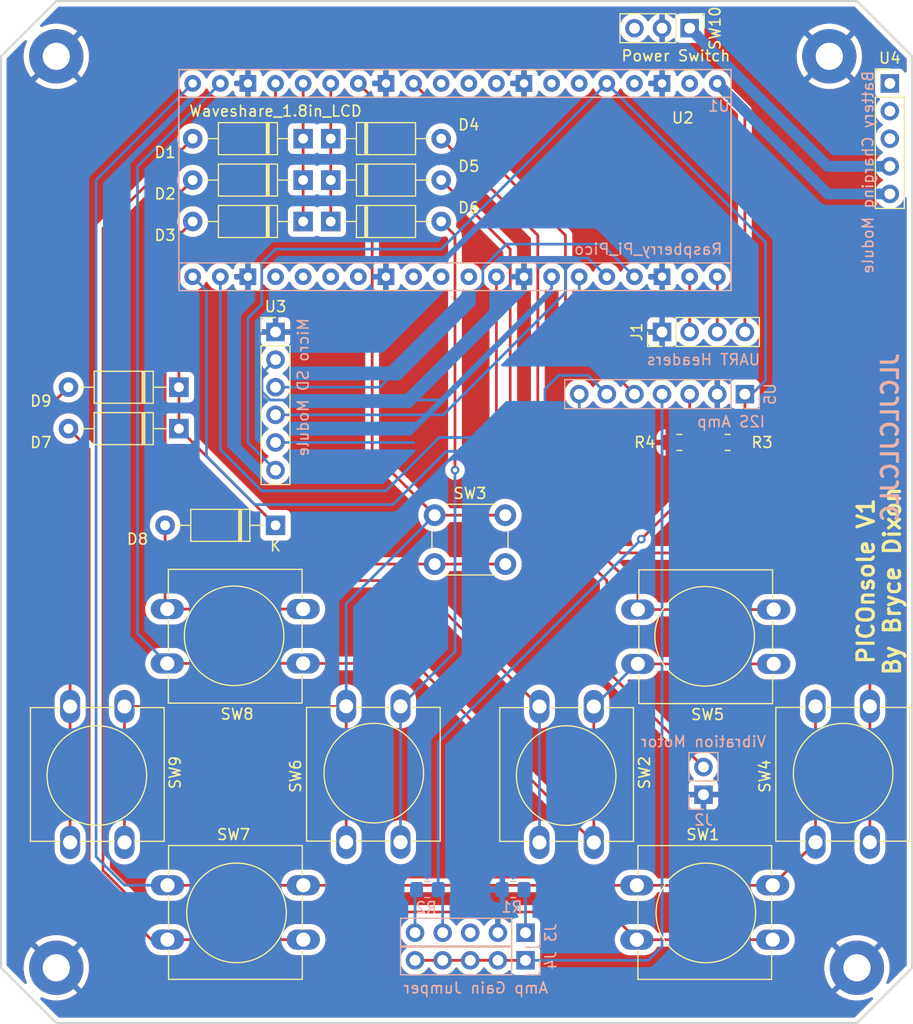
<source format=kicad_pcb>
(kicad_pcb (version 20211014) (generator pcbnew)
  (layers (0 "F.Cu" signal) (31 "B.Cu" signal) (34 "B.Paste" user) (35 "F.Paste" user) (36 "B.SilkS" user "B.Silkscreen") (37 "F.SilkS" user "F.Silkscreen") (38 "B.Mask" user) (39 "F.Mask" user) (44 "Edge.Cuts" user))
  (net 0 "")
  (net 1 "/Input Anode 1")
  (net 2 "Net-(D3-Pad2)")
  (net 3 "/Input Anode 2")
  (net 4 "/Input Anode 3")
  (net 5 "VBUS")
  (net 6 "/UART TX")
  (net 7 "/UART RX")
  (net 8 "GND")
  (net 9 "/SD CLK")
  (net 10 "/SD MOSI")
  (net 11 "/SD MISO")
  (net 12 "/SD CS")
  (net 14 "/LCD DC")
  (net 15 "/LCD CS")
  (net 16 "/LCD CLK")
  (net 17 "/LCD DIN")
  (net 18 "/LCD Reset")
  (net 19 "/LCD Backlight")
  (net 20 "/Input Cathode 1")
  (net 21 "/Input Cathode 2")
  (net 22 "/Input Cathode 3")
  (net 29 "+3V3")
  (net 39 "Net-(D1-Pad2)")
  (net 40 "Net-(D2-Pad2)")
  (net 41 "Net-(D4-Pad2)")
  (net 42 "Net-(D5-Pad2)")
  (net 43 "Net-(D6-Pad2)")
  (net 44 "Net-(D7-Pad2)")
  (net 45 "Net-(D8-Pad2)")
  (net 46 "Net-(D9-Pad2)")
  (net 47 "+5V")
  (net 48 "/USB_D-")
  (net 49 "/USB_D+")
  (net 50 "/BAT_GND")
  (net 51 "/Motor")
  (net 52 "Net-(J3-Pad1)")
  (net 54 "Net-(J3-Pad5)")
  (net 55 "/I2S_Gain")
  (net 56 "/0.3V")
  (net 57 "VSS")
  (net 58 "/I2S_DIN")
  (net 59 "/I2S_CLK")
  (net 60 "/I2S_LRC")
  (footprint "" (layer "F.Cu") (at 91.44 101.6)
    (fp_text reference "" (at 0 0) (layer "F.SilkS") (effects (font (size 1.27 1.27))))
    (fp_text value "" (at 0 0) (layer "F.SilkS") (effects (font (size 1.27 1.27))))
    (pad "1" thru_hole circle (at 0 0) (size 5 5) (drill 2.5) (layers *.Cu *.Mask) (net 8 "GND"))
  )
  (footprint "Button_Switch_THT:SW_PUSH_6mm" (layer "F.Cu") (at 52.59 59.975)
    (fp_text reference "SW3" (at 3.25 -2) (layer "F.SilkS"))
    (fp_text value "Start Button")
    (pad "1" thru_hole circle (at 0 0 90) (size 2 2) (drill 1.1) (layers *.Cu *.Mask) (net 22 "/Input Cathode 3"))
    (pad "1" thru_hole circle (at 6.5 0 90) (size 2 2) (drill 1.1) (layers *.Cu *.Mask) (net 22 "/Input Cathode 3"))
    (pad "2" thru_hole circle (at 6.5 4.5 90) (size 2 2) (drill 1.1) (layers *.Cu *.Mask) (net 2 "Net-(D3-Pad2)"))
    (pad "2" thru_hole circle (at 0 4.5 90) (size 2 2) (drill 1.1) (layers *.Cu *.Mask) (net 2 "Net-(D3-Pad2)"))
  )
  (footprint "Diode_THT:D_A-405_P10.16mm_Horizontal" (layer "F.Cu") (at 37.95 60.91 180)
    (fp_text reference "D8" (at 12.7 -1.27) (layer "F.SilkS"))
    (fp_text value "D_Schottky")
    (fp_text user "K" (at 0 -1.9) (layer "F.SilkS"))
    (pad "1" thru_hole rect (at 0 0 180) (size 1.8 1.8) (drill 0.9) (layers *.Cu *.Mask) (net 4 "/Input Anode 3"))
    (pad "2" thru_hole oval (at 10.16 0 180) (size 1.8 1.8) (drill 0.9) (layers *.Cu *.Mask) (net 45 "Net-(D8-Pad2)"))
  )
  (footprint "Diode_THT:D_A-405_P10.16mm_Horizontal" (layer "F.Cu") (at 40.49 29.16 180)
    (fp_text reference "D2" (at 12.7 -1.27) (layer "F.SilkS"))
    (fp_text value "D_Schottky")
    (pad "1" thru_hole rect (at 0 0 180) (size 1.8 1.8) (drill 0.9) (layers *.Cu *.Mask) (net 1 "/Input Anode 1"))
    (pad "2" thru_hole oval (at 10.16 0 180) (size 1.8 1.8) (drill 0.9) (layers *.Cu *.Mask) (net 40 "Net-(D2-Pad2)"))
  )
  (footprint "Button_Switch_THT:SW_PUSH-12mm" (layer "F.Cu") (at 87.63 90.055 90)
    (fp_text reference "SW4" (at 6.08 -4.66 90) (layer "F.SilkS"))
    (fp_text value "B Button")
    (pad "1" thru_hole oval (at 12.5 0 90) (size 3.048 1.85) (drill 1.3) (layers *.Cu *.Mask) (net 20 "/Input Cathode 1"))
    (pad "1" thru_hole oval (at 0 0 90) (size 3.048 1.85) (drill 1.3) (layers *.Cu *.Mask) (net 20 "/Input Cathode 1"))
    (pad "2" thru_hole oval (at 12.5 5 90) (size 3.048 1.85) (drill 1.3) (layers *.Cu *.Mask) (net 41 "Net-(D4-Pad2)"))
    (pad "2" thru_hole oval (at 0 5 90) (size 3.048 1.85) (drill 1.3) (layers *.Cu *.Mask) (net 41 "Net-(D4-Pad2)"))
  )
  (footprint "Diode_THT:D_A-405_P10.16mm_Horizontal" (layer "F.Cu") (at 40.49 32.97 180)
    (fp_text reference "D3" (at 12.7 -1.27) (layer "F.SilkS"))
    (fp_text value "D_Schottky")
    (pad "1" thru_hole rect (at 0 0 180) (size 1.8 1.8) (drill 0.9) (layers *.Cu *.Mask) (net 1 "/Input Anode 1"))
    (pad "2" thru_hole oval (at 10.16 0 180) (size 1.8 1.8) (drill 0.9) (layers *.Cu *.Mask) (net 2 "Net-(D3-Pad2)"))
  )
  (footprint "MountingHole:MountingHole_2.5mm_Pad" (layer "F.Cu") (at 88.9 17.78)
    (fp_text reference "REF**" hide)
    (fp_text value "MountingHole_2.5mm_Pad" hide)
    (pad "1" thru_hole circle (at 0 0) (size 5 5) (drill 2.5) (layers *.Cu *.Mask) (net 8 "GND"))
  )
  (footprint "MountingHole:MountingHole_2.5mm_Pad" (layer "F.Cu") (at 17.78 101.6)
    (fp_text reference "REF**" hide)
    (fp_text value "MountingHole_2.5mm_Pad" hide)
    (pad "1" thru_hole circle (at 0 0) (size 5 5) (drill 2.5) (layers *.Cu *.Mask) (net 8 "GND"))
  )
  (footprint "Diode_THT:D_A-405_P10.16mm_Horizontal" (layer "F.Cu") (at 40.49 25.35 180)
    (fp_text reference "D1" (at 12.7 -1.27) (layer "F.SilkS"))
    (fp_text value "D_Schottky")
    (pad "1" thru_hole rect (at 0 0 180) (size 1.8 1.8) (drill 0.9) (layers *.Cu *.Mask) (net 1 "/Input Anode 1"))
    (pad "2" thru_hole oval (at 10.16 0 180) (size 1.8 1.8) (drill 0.9) (layers *.Cu *.Mask) (net 39 "Net-(D1-Pad2)"))
  )
  (footprint "Button_Switch_THT:SW_PUSH-12mm" (layer "F.Cu") (at 24.05 77.57 -90)
    (fp_text reference "SW9" (at 6.08 -4.66 90) (layer "F.SilkS"))
    (fp_text value "DPad Left")
    (pad "1" thru_hole oval (at 0 0 270) (size 3.048 1.85) (drill 1.3) (layers *.Cu *.Mask) (net 22 "/Input Cathode 3"))
    (pad "1" thru_hole oval (at 12.5 0 270) (size 3.048 1.85) (drill 1.3) (layers *.Cu *.Mask) (net 22 "/Input Cathode 3"))
    (pad "2" thru_hole oval (at 0 5 270) (size 3.048 1.85) (drill 1.3) (layers *.Cu *.Mask) (net 46 "Net-(D9-Pad2)"))
    (pad "2" thru_hole oval (at 12.5 5 270) (size 3.048 1.85) (drill 1.3) (layers *.Cu *.Mask) (net 46 "Net-(D9-Pad2)"))
  )
  (footprint "Diode_THT:D_A-405_P10.16mm_Horizontal" (layer "F.Cu") (at 29.06 52.02 180)
    (fp_text reference "D7" (at 12.7 -1.27) (layer "F.SilkS"))
    (fp_text value "D_Schottky")
    (pad "1" thru_hole rect (at 0 0 180) (size 1.8 1.8) (drill 0.9) (layers *.Cu *.Mask) (net 4 "/Input Anode 3"))
    (pad "2" thru_hole oval (at 10.16 0 180) (size 1.8 1.8) (drill 0.9) (layers *.Cu *.Mask) (net 44 "Net-(D7-Pad2)"))
  )
  (footprint "Diode_THT:D_A-405_P10.16mm_Horizontal" (layer "F.Cu") (at 29.06 48.21 180)
    (fp_text reference "D9" (at 12.7 -1.27) (layer "F.SilkS"))
    (fp_text value "D_Schottky")
    (pad "1" thru_hole rect (at 0 0 180) (size 1.8 1.8) (drill 0.9) (layers *.Cu *.Mask) (net 4 "/Input Anode 3"))
    (pad "2" thru_hole oval (at 10.16 0 180) (size 1.8 1.8) (drill 0.9) (layers *.Cu *.Mask) (net 46 "Net-(D9-Pad2)"))
  )
  (footprint "Button_Switch_THT:SW_PUSH-12mm" (layer "F.Cu") (at 40.49 73.61 180)
    (fp_text reference "SW8" (at 6.08 -4.66) (layer "F.SilkS"))
    (fp_text value "DPad Up")
    (pad "1" thru_hole oval (at 12.5 0 180) (size 3.048 1.85) (drill 1.3) (layers *.Cu *.Mask) (net 21 "/Input Cathode 2"))
    (pad "1" thru_hole oval (at 0 0 180) (size 3.048 1.85) (drill 1.3) (layers *.Cu *.Mask) (net 21 "/Input Cathode 2"))
    (pad "2" thru_hole oval (at 12.5 5 180) (size 3.048 1.85) (drill 1.3) (layers *.Cu *.Mask) (net 45 "Net-(D8-Pad2)"))
    (pad "2" thru_hole oval (at 0 5 180) (size 3.048 1.85) (drill 1.3) (layers *.Cu *.Mask) (net 45 "Net-(D8-Pad2)"))
  )
  (footprint "Button_Switch_THT:SW_PUSH-12mm" (layer "F.Cu") (at 67.23 77.575 -90)
    (fp_text reference "SW2" (at 6.08 -4.66 90) (layer "F.SilkS"))
    (fp_text value "X Button")
    (pad "1" thru_hole oval (at 12.5 0 270) (size 3.048 1.85) (drill 1.3) (layers *.Cu *.Mask) (net 21 "/Input Cathode 2"))
    (pad "1" thru_hole oval (at 0 0 270) (size 3.048 1.85) (drill 1.3) (layers *.Cu *.Mask) (net 21 "/Input Cathode 2"))
    (pad "2" thru_hole oval (at 12.5 5 270) (size 3.048 1.85) (drill 1.3) (layers *.Cu *.Mask) (net 40 "Net-(D2-Pad2)"))
    (pad "2" thru_hole oval (at 0 5 270) (size 3.048 1.85) (drill 1.3) (layers *.Cu *.Mask) (net 40 "Net-(D2-Pad2)"))
  )
  (footprint "Resistor_SMD:R_0805_2012Metric_Pad1.20x1.40mm_HandSolder" (layer "F.Cu") (at 75.1 53.29)
    (fp_text reference "R4" (at -3.175 0) (layer "F.SilkS"))
    (fp_text value "1K")
    (pad "1" smd roundrect (at -1 0) (size 1.2 1.4) (layers "F.Cu" "F.Paste" "F.Mask") (roundrect_rratio 0.2083333333) (net 8 "GND"))
    (pad "2" smd roundrect (at 1 0) (size 1.2 1.4) (layers "F.Cu" "F.Paste" "F.Mask") (roundrect_rratio 0.2083333333) (net 56 "/0.3V"))
  )
  (footprint "MountingHole:MountingHole_2.5mm_Pad" (layer "F.Cu") (at 17.78 17.78)
    (fp_text reference "REF**" hide)
    (fp_text value "MountingHole_2.5mm_Pad" hide)
    (pad "1" thru_hole circle (at 0 0) (size 5 5) (drill 2.5) (layers *.Cu *.Mask) (net 8 "GND"))
  )
  (footprint "Diode_THT:D_A-405_P10.16mm_Horizontal" (layer "F.Cu") (at 43.03 29.16)
    (fp_text reference "D5" (at 12.7 -1.27) (layer "F.SilkS"))
    (fp_text value "D_Schottky")
    (pad "1" thru_hole rect (at 0 0) (size 1.8 1.8) (drill 0.9) (layers *.Cu *.Mask) (net 3 "/Input Anode 2"))
    (pad "2" thru_hole oval (at 10.16 0) (size 1.8 1.8) (drill 0.9) (layers *.Cu *.Mask) (net 42 "Net-(D5-Pad2)"))
  )
  (footprint "Connector_PinHeader_2.54mm:PinHeader_1x05_P2.54mm_Vertical" (layer "F.Cu") (at 94.465 20.275)
    (fp_text reference "U4" (at 0 -2.33) (layer "F.SilkS"))
    (fp_text value "Battery Charging Module" (at -2.009 8.173 -90) (layer "B.SilkS") (effects (justify mirror)))
    (pad "1" thru_hole rect (at 0 0) (size 1.7 1.7) (drill 1) (layers *.Cu *.Mask) (net 47 "+5V"))
    (pad "2" thru_hole oval (at 0 2.54) (size 1.7 1.7) (drill 1) (layers *.Cu *.Mask) (net 48 "/USB_D-"))
    (pad "3" thru_hole oval (at 0 5.08) (size 1.7 1.7) (drill 1) (layers *.Cu *.Mask) (net 49 "/USB_D+"))
    (pad "4" thru_hole oval (at 0 7.62) (size 1.7 1.7) (drill 1) (layers *.Cu *.Mask) (net 50 "/BAT_GND"))
    (pad "5" thru_hole oval (at 0 10.16) (size 1.7 1.7) (drill 1) (layers *.Cu *.Mask) (net 5 "VBUS"))
  )
  (footprint "Connector_PinHeader_2.54mm:PinHeader_1x04_P2.54mm_Vertical" (layer "F.Cu") (at 73.51 43.13 90)
    (fp_text reference "J1" (at 0 -2.33 90) (layer "F.SilkS"))
    (fp_text value "UART Headers" (at -2.545 3.81 -180) (layer "B.SilkS") (effects (justify mirror)))
    (pad "1" thru_hole rect (at 0 0 90) (size 1.7 1.7) (drill 1) (layers *.Cu *.Mask) (net 8 "GND"))
    (pad "2" thru_hole oval (at 0 2.54 90) (size 1.7 1.7) (drill 1) (layers *.Cu *.Mask) (net 7 "/UART RX"))
    (pad "3" thru_hole oval (at 0 5.08 90) (size 1.7 1.7) (drill 1) (layers *.Cu *.Mask) (net 6 "/UART TX"))
    (pad "4" thru_hole oval (at 0 7.62 90) (size 1.7 1.7) (drill 1) (layers *.Cu *.Mask) (net 5 "VBUS"))
  )
  (footprint "Button_Switch_THT:SW_PUSH-12mm" (layer "F.Cu") (at 71.19 94.015)
    (fp_text reference "SW1" (at 6.08 -4.66) (layer "F.SilkS"))
    (fp_text value "A Button")
    (pad "1" thru_hole oval (at 0 0) (size 3.048 1.85) (drill 1.3) (layers *.Cu *.Mask) (net 20 "/Input Cathode 1"))
    (pad "1" thru_hole oval (at 12.5 0) (size 3.048 1.85) (drill 1.3) (layers *.Cu *.Mask) (net 20 "/Input Cathode 1"))
    (pad "2" thru_hole oval (at 0 5) (size 3.048 1.85) (drill 1.3) (layers *.Cu *.Mask) (net 39 "Net-(D1-Pad2)"))
    (pad "2" thru_hole oval (at 12.5 5) (size 3.048 1.85) (drill 1.3) (layers *.Cu *.Mask) (net 39 "Net-(D1-Pad2)"))
  )
  (footprint "Button_Switch_THT:SW_PUSH-12mm" (layer "F.Cu") (at 28.01 94.01)
    (fp_text reference "SW7" (at 6.08 -4.66) (layer "F.SilkS"))
    (fp_text value "DPad Down")
    (pad "1" thru_hole oval (at 12.5 0) (size 3.048 1.85) (drill 1.3) (layers *.Cu *.Mask) (net 20 "/Input Cathode 1"))
    (pad "1" thru_hole oval (at 0 0) (size 3.048 1.85) (drill 1.3) (layers *.Cu *.Mask) (net 20 "/Input Cathode 1"))
    (pad "2" thru_hole oval (at 0 5) (size 3.048 1.85) (drill 1.3) (layers *.Cu *.Mask) (net 44 "Net-(D7-Pad2)"))
    (pad "2" thru_hole oval (at 12.5 5) (size 3.048 1.85) (drill 1.3) (layers *.Cu *.Mask) (net 44 "Net-(D7-Pad2)"))
  )
  (footprint "Resistor_SMD:R_0805_2012Metric_Pad1.20x1.40mm_HandSolder" (layer "F.Cu") (at 79.54 53.29)
    (fp_text reference "R3" (at 3.175 0) (layer "F.SilkS"))
    (fp_text value "10K")
    (pad "1" smd roundrect (at -1 0) (size 1.2 1.4) (layers "F.Cu" "F.Paste" "F.Mask") (roundrect_rratio 0.2083333333) (net 56 "/0.3V"))
    (pad "2" smd roundrect (at 1 0) (size 1.2 1.4) (layers "F.Cu" "F.Paste" "F.Mask") (roundrect_rratio 0.2083333333) (net 29 "+3V3"))
  )
  (footprint "Connector_PinHeader_2.54mm:PinHeader_1x06_P2.54mm_Vertical" (layer "F.Cu") (at 37.95 43.13)
    (fp_text reference "U3" (at 0 -2.33) (layer "F.SilkS"))
    (fp_text value "Micro SD Module" (at 2.54 5.085 -90) (layer "B.SilkS") (effects (justify mirror)))
    (pad "1" thru_hole rect (at 0 0) (size 1.7 1.7) (drill 1) (layers *.Cu *.Mask) (net 8 "GND"))
    (pad "2" thru_hole oval (at 0 2.54) (size 1.7 1.7) (drill 1) (layers *.Cu *.Mask) (net 11 "/SD MISO"))
    (pad "3" thru_hole oval (at 0 5.08) (size 1.7 1.7) (drill 1) (layers *.Cu *.Mask) (net 9 "/SD CLK"))
    (pad "4" thru_hole oval (at 0 7.62) (size 1.7 1.7) (drill 1) (layers *.Cu *.Mask) (net 10 "/SD MOSI"))
    (pad "5" thru_hole oval (at 0 10.16) (size 1.7 1.7) (drill 1) (layers *.Cu *.Mask) (net 12 "/SD CS"))
    (pad "6" thru_hole oval (at 0 12.7) (size 1.7 1.7) (drill 1) (layers *.Cu *.Mask) (net 29 "+3V3"))
  )
  (footprint "Button_Switch_THT:SW_PUSH-12mm" (layer "F.Cu") (at 44.45 90.05 90)
    (fp_text reference "SW6" (at 6.08 -4.66 90) (layer "F.SilkS"))
    (fp_text value "DPad Right")
    (pad "1" thru_hole oval (at 12.5 0 90) (size 3.048 1.85) (drill 1.3) (layers *.Cu *.Mask) (net 22 "/Input Cathode 3"))
    (pad "1" thru_hole oval (at 0 0 90) (size 3.048 1.85) (drill 1.3) (layers *.Cu *.Mask) (net 22 "/Input Cathode 3"))
    (pad "2" thru_hole oval (at 12.5 5 90) (size 3.048 1.85) (drill 1.3) (layers *.Cu *.Mask) (net 43 "Net-(D6-Pad2)"))
    (pad "2" thru_hole oval (at 0 5 90) (size 3.048 1.85) (drill 1.3) (layers *.Cu *.Mask) (net 43 "Net-(D6-Pad2)"))
  )
  (footprint "Button_Switch_THT:SW_PUSH-12mm" (layer "F.Cu") (at 83.78 73.655 180)
    (fp_text reference "SW5" (at 6.08 -4.66) (layer "F.SilkS"))
    (fp_text value "Y Button")
    (pad "1" thru_hole oval (at 0 0 180) (size 3.048 1.85) (drill 1.3) (layers *.Cu *.Mask) (net 21 "/Input Cathode 2"))
    (pad "1" thru_hole oval (at 12.5 0 180) (size 3.048 1.85) (drill 1.3) (layers *.Cu *.Mask) (net 21 "/Input Cathode 2"))
    (pad "2" thru_hole oval (at 12.5 5 180) (size 3.048 1.85) (drill 1.3) (layers *.Cu *.Mask) (net 42 "Net-(D5-Pad2)"))
    (pad "2" thru_hole oval (at 0 5 180) (size 3.048 1.85) (drill 1.3) (layers *.Cu *.Mask) (net 42 "Net-(D5-Pad2)"))
  )
  (footprint "PICOnsole:QRCode_Soldermask" (layer "F.Cu") (at 90.678 51.562)
    (fp_text reference "G***" hide)
    (fp_text value "LOGO" hide)
  )
  (footprint "Diode_THT:D_A-405_P10.16mm_Horizontal" (layer "F.Cu") (at 43.03 32.97)
    (fp_text reference "D6" (at 12.7 -1.27) (layer "F.SilkS"))
    (fp_text value "D_Schottky")
    (pad "1" thru_hole rect (at 0 0) (size 1.8 1.8) (drill 0.9) (layers *.Cu *.Mask) (net 3 "/Input Anode 2"))
    (pad "2" thru_hole oval (at 10.16 0) (size 1.8 1.8) (drill 0.9) (layers *.Cu *.Mask) (net 43 "Net-(D6-Pad2)"))
  )
  (footprint "Diode_THT:D_A-405_P10.16mm_Horizontal" (layer "F.Cu") (at 43.03 25.35)
    (fp_text reference "D4" (at 12.7 -1.27) (layer "F.SilkS"))
    (fp_text value "D_Schottky")
    (pad "1" thru_hole rect (at 0 0) (size 1.8 1.8) (drill 0.9) (layers *.Cu *.Mask) (net 3 "/Input Anode 2"))
    (pad "2" thru_hole oval (at 10.16 0) (size 1.8 1.8) (drill 0.9) (layers *.Cu *.Mask) (net 41 "Net-(D4-Pad2)"))
  )
  (footprint "Connector_PinHeader_2.54mm:PinHeader_1x03_P2.54mm_Vertical" (layer "F.Cu") (at 76.05 15.195 -90)
    (fp_text reference "SW10" (at 0 -2.33 90) (layer "F.SilkS"))
    (fp_text value "Power Switch" (at 2.54 1.27 180) (layer "F.SilkS"))
    (pad "1" thru_hole rect (at 0 0 270) (size 1.7 1.7) (drill 1) (layers *.Cu *.Mask) (net 50 "/BAT_GND"))
    (pad "2" thru_hole oval (at 0 2.54 270) (size 1.7 1.7) (drill 1) (layers *.Cu *.Mask) (net 8 "GND"))
    (pad "3" thru_hole oval (at 0 5.08 270) (size 1.7 1.7) (drill 1) (layers *.Cu *.Mask))
  )
  (footprint "Connector_PinHeader_2.54mm:PinHeader_1x07_P2.54mm_Vertical" (layer "B.Cu") (at 81.13 48.845 90)
    (fp_text reference "U5" (at 0 2.33 90) (layer "B.SilkS") (effects (justify mirror)))
    (fp_text value "I2S Amp" (at -2.54 -1.275) (layer "B.SilkS") (effects (justify mirror)))
    (pad "1" thru_hole rect (at 0 0 90) (size 1.7 1.7) (drill 1) (layers *.Cu *.Mask) (net 29 "+3V3"))
    (pad "2" thru_hole oval (at 0 -2.54 90) (size 1.7 1.7) (drill 1) (layers *.Cu *.Mask) (net 8 "GND"))
    (pad "3" thru_hole oval (at 0 -5.08 90) (size 1.7 1.7) (drill 1) (layers *.Cu *.Mask) (net 56 "/0.3V"))
    (pad "4" thru_hole oval (at 0 -7.62 90) (size 1.7 1.7) (drill 1) (layers *.Cu *.Mask) (net 55 "/I2S_Gain"))
    (pad "5" thru_hole oval (at 0 -10.16 90) (size 1.7 1.7) (drill 1) (layers *.Cu *.Mask) (net 58 "/I2S_DIN"))
    (pad "6" thru_hole oval (at 0 -12.7 90) (size 1.7 1.7) (drill 1) (layers *.Cu *.Mask) (net 59 "/I2S_CLK"))
    (pad "7" thru_hole oval (at 0 -15.24 90) (size 1.7 1.7) (drill 1) (layers *.Cu *.Mask) (net 60 "/I2S_LRC"))
  )
  (footprint "Resistor_SMD:R_0805_2012Metric_Pad1.20x1.40mm_HandSolder" (layer "B.Cu") (at 59.81 94.406193 180)
    (fp_text reference "R1" (at 0.12 -1.605807) (layer "B.SilkS") (effects (justify mirror)))
    (fp_text value "100K")
    (pad "1" smd roundrect (at -1 0 180) (size 1.2 1.4) (layers "B.Cu" "B.Paste" "B.Mask") (roundrect_rratio 0.2083333333) (net 52 "Net-(J3-Pad1)"))
    (pad "2" smd roundrect (at 1 0 180) (size 1.2 1.4) (layers "B.Cu" "B.Paste" "B.Mask") (roundrect_rratio 0.2083333333) (net 8 "GND"))
  )
  (footprint "PICOnsole:Waveshare_1.8in_LCD" (layer "B.Cu") (at 55.73 29.16 90)
    (fp_text reference "U2" (at 5.715 19.685 unlocked) (layer "F.SilkS"))
    (fp_text value "Waveshare_1.8in_LCD" (at 6.345 -17.78 unlocked) (layer "F.SilkS"))
    (pad "1" thru_hole circle (at -8.89 22.86 90) (size 1.524 1.524) (drill 0.762) (layers *.Cu *.Mask) (net 6 "/UART TX"))
    (pad "2" thru_hole circle (at -8.89 20.32 90) (size 1.524 1.524) (drill 0.762) (layers *.Cu *.Mask) (net 7 "/UART RX"))
    (pad "3" thru_hole rect (at -8.89 17.78 90) (size 1.524 1.524) (drill 0.762) (layers *.Cu *.Mask) (net 8 "GND"))
    (pad "4" thru_hole circle (at -8.89 15.24 90) (size 1.524 1.524) (drill 0.762) (layers *.Cu *.Mask) (net 9 "/SD CLK"))
    (pad "5" thru_hole circle (at -8.89 12.7 90) (size 1.524 1.524) (drill 0.762) (layers *.Cu *.Mask) (net 10 "/SD MOSI"))
    (pad "6" thru_hole circle (at -8.89 7.62 90) (size 1.524 1.524) (drill 0.762) (layers *.Cu *.Mask) (net 11 "/SD MISO"))
    (pad "7" thru_hole circle (at -8.89 10.16 90) (size 1.524 1.524) (drill 0.762) (layers *.Cu *.Mask) (net 12 "/SD CS"))
    (pad "8" thru_hole rect (at -8.89 5.08 90) (size 1.524 1.524) (drill 0.762) (layers *.Cu *.Mask) (net 8 "GND"))
    (pad "9" thru_hole circle (at -8.89 2.54 90) (size 1.524 1.524) (drill 0.762) (layers *.Cu *.Mask) (net 51 "/Motor"))
    (pad "10" thru_hole circle (at -8.89 0 90) (size 1.524 1.524) (drill 0.762) (layers *.Cu *.Mask))
    (pad "11" thru_hole circle (at -8.89 -2.54 90) (size 1.524 1.524) (drill 0.762) (layers *.Cu *.Mask) (net 14 "/LCD DC"))
    (pad "12" thru_hole circle (at -8.89 -5.08 90) (size 1.524 1.524) (drill 0.762) (layers *.Cu *.Mask) (net 15 "/LCD CS"))
    (pad "13" thru_hole rect (at -8.89 -7.62 90) (size 1.524 1.524) (drill 0.762) (layers *.Cu *.Mask) (net 8 "GND"))
    (pad "14" thru_hole circle (at -8.89 -10.16 90) (size 1.524 1.524) (drill 0.762) (layers *.Cu *.Mask) (net 16 "/LCD CLK"))
    (pad "15" thru_hole circle (at -8.89 -12.7 90) (size 1.524 1.524) (drill 0.762) (layers *.Cu *.Mask) (net 17 "/LCD DIN"))
    (pad "16" thru_hole circle (at -8.89 -15.24 90) (size 1.524 1.524) (drill 0.762) (layers *.Cu *.Mask) (net 18 "/LCD Reset"))
    (pad "17" thru_hole circle (at -8.89 -17.78 90) (size 1.524 1.524) (drill 0.762) (layers *.Cu *.Mask) (net 19 "/LCD Backlight"))
    (pad "18" thru_hole rect (at -8.89 -20.32 90) (size 1.524 1.524) (drill 0.762) (layers *.Cu *.Mask) (net 8 "GND"))
    (pad "19" thru_hole circle (at -8.89 -22.86 90) (size 1.524 1.524) (drill 0.762) (layers *.Cu *.Mask))
    (pad "20" thru_hole circle (at -8.89 -25.4 90) (size 1.524 1.524) (drill 0.762) (layers *.Cu *.Mask))
    (pad "21" thru_hole circle (at 8.89 -25.4 90) (size 1.524 1.524) (drill 0.762) (layers *.Cu *.Mask) (net 20 "/Input Cathode 1"))
    (pad "22" thru_hole circle (at 8.89 -22.86 90) (size 1.524 1.524) (drill 0.762) (layers *.Cu *.Mask) (net 21 "/Input Cathode 2"))
    (pad "23" thru_hole rect (at 8.89 -20.32 90) (size 1.524 1.524) (drill 0.762) (layers *.Cu *.Mask) (net 8 "GND"))
    (pad "24" thru_hole circle (at 8.89 -17.78 90) (size 1.524 1.524) (drill 0.762) (layers *.Cu *.Mask) (net 4 "/Input Anode 3"))
    (pad "25" thru_hole circle (at 8.89 -15.24 90) (size 1.524 1.524) (drill 0.762) (layers *.Cu *.Mask) (net 1 "/Input Anode 1"))
    (pad "26" thru_hole circle (at 8.89 -12.7 90) (size 1.524 1.524) (drill 0.762) (layers *.Cu *.Mask) (net 3 "/Input Anode 2"))
    (pad "27" thru_hole circle (at 8.89 -10.16 90) (size 1.524 1.524) (drill 0.762) (layers *.Cu *.Mask) (net 22 "/Input Cathode 3"))
    (pad "28" thru_hole rect (at 8.89 -7.62 90) (size 1.524 1.524) (drill 0.762) (layers *.Cu *.Mask) (net 8 "GND"))
    (pad "29" thru_hole circle (at 8.89 -5.08 90) (size 1.524 1.524) (drill 0.762) (layers *.Cu *.Mask) (net 58 "/I2S_DIN"))
    (pad "30" thru_hole circle (at 8.89 -2.54 90) (size 1.524 1.524) (drill 0.762) (layers *.Cu *.Mask))
    (pad "31" thru_hole circle (at 8.89 0 90) (size 1.524 1.524) (drill 0.762) (layers *.Cu *.Mask))
    (pad "32" thru_hole circle (at 8.89 2.54 90) (size 1.524 1.524) (drill 0.762) (layers *.Cu *.Mask))
    (pad "33" thru_hole rect (at 8.89 5.08 90) (size 1.524 1.524) (drill 0.762) (layers *.Cu *.Mask) (net 8 "GND"))
    (pad "34" thru_hole circle (at 8.89 7.62 90) (size 1.524 1.524) (drill 0.762) (layers *.Cu *.Mask))
    (pad "35" thru_hole circle (at 8.89 10.16 90) (size 1.524 1.524) (drill 0.762) (layers *.Cu *.Mask))
    (pad "36" thru_hole circle (at 8.89 12.7 90) (size 1.524 1.524) (drill 0.762) (layers *.Cu *.Mask) (net 29 "+3V3"))
    (pad "37" thru_hole circle (at 8.89 15.24 90) (size 1.524 1.524) (drill 0.762) (layers *.Cu *.Mask))
    (pad "38" thru_hole rect (at 8.89 17.78 90) (size 1.524 1.524) (drill 0.762) (layers *.Cu *.Mask) (net 8 "GND"))
    (pad "39" thru_hole circle (at 8.89 20.32 90) (size 1.524 1.524) (drill 0.762) (layers *.Cu *.Mask) (net 57 "VSS"))
    (pad "40" thru_hole circle (at 8.89 22.86 90) (size 1.524 1.524) (drill 0.762) (layers *.Cu *.Mask) (net 5 "VBUS"))
  )
  (footprint "Connector_PinHeader_2.54mm:PinHeader_1x05_P2.54mm_Vertical" (layer "B.Cu") (at 60.946073 98.374999 90)
    (fp_text reference "J3" (at 0 2.33 90) (layer "B.SilkS") (effects (justify mirror)))
    (fp_text value "Amp Gain Jumper" (at -5.08 -4.581073 180) (layer "B.SilkS") (effects (justify mirror)))
    (pad "1" thru_hole rect (at 0 0 90) (size 1.7 1.7) (drill 1) (layers *.Cu *.Mask) (net 52 "Net-(J3-Pad1)"))
    (pad "2" thru_hole oval (at 0 -2.54 90) (size 1.7 1.7) (drill 1) (layers *.Cu *.Mask) (net 8 "GND"))
    (pad "3" thru_hole oval (at 0 -5.08 90) (size 1.7 1.7) (drill 1) (layers *.Cu *.Mask))
    (pad "4" thru_hole oval (at 0 -7.62 90) (size 1.7 1.7) (drill 1) (layers *.Cu *.Mask) (net 29 "+3V3"))
    (pad "5" thru_hole oval (at 0 -10.16 90) (size 1.7 1.7) (drill 1) (layers *.Cu *.Mask) (net 54 "Net-(J3-Pad5)"))
  )
  (footprint "Connector_PinHeader_2.54mm:PinHeader_1x05_P2.54mm_Vertical" (layer "B.Cu") (at 60.946073 100.915 90)
    (fp_text reference "J4" (at 0 2.33 90) (layer "B.SilkS") (effects (justify mirror)))
    (fp_text value "Amp Gain Jumper2" hide)
    (pad "1" thru_hole rect (at 0 0 90) (size 1.7 1.7) (drill 1) (layers *.Cu *.Mask) (net 55 "/I2S_Gain"))
    (pad "2" thru_hole oval (at 0 -2.54 90) (size 1.7 1.7) (drill 1) (layers *.Cu *.Mask) (net 55 "/I2S_Gain"))
    (pad "3" thru_hole oval (at 0 -5.08 90) (size 1.7 1.7) (drill 1) (layers *.Cu *.Mask) (net 55 "/I2S_Gain"))
    (pad "4" thru_hole oval (at 0 -7.62 90) (size 1.7 1.7) (drill 1) (layers *.Cu *.Mask) (net 55 "/I2S_Gain"))
    (pad "5" thru_hole oval (at 0 -10.16 90) (size 1.7 1.7) (drill 1) (layers *.Cu *.Mask) (net 55 "/I2S_Gain"))
  )
  (footprint "Connector_PinHeader_2.54mm:PinHeader_1x02_P2.54mm_Vertical" (layer "B.Cu") (at 77.32 85.68)
    (fp_text reference "J2" (at 0 2.33) (layer "B.SilkS") (effects (justify mirror)))
    (fp_text value "Vibration Motor" (at 0 -4.87) (layer "B.SilkS") (effects (justify mirror)))
    (pad "1" thru_hole rect (at 0 0) (size 1.7 1.7) (drill 1) (layers *.Cu *.Mask) (net 8 "GND"))
    (pad "2" thru_hole oval (at 0 -2.54) (size 1.7 1.7) (drill 1) (layers *.Cu *.Mask) (net 51 "/Motor"))
  )
  (footprint "Resistor_SMD:R_0805_2012Metric_Pad1.20x1.40mm_HandSolder" (layer "B.Cu") (at 51.92 94.406193)
    (fp_text reference "R2" (at -0.104 1.65) (layer "B.SilkS") (effects (justify mirror)))
    (fp_text value "100K")
    (pad "1" smd roundrect (at -1 0) (size 1.2 1.4) (layers "B.Cu" "B.Paste" "B.Mask") (roundrect_rratio 0.2083333333) (net 54 "Net-(J3-Pad5)"))
    (pad "2" smd roundrect (at 1 0) (size 1.2 1.4) (layers "B.Cu" "B.Paste" "B.Mask") (roundrect_rratio 0.2083333333) (net 29 "+3V3"))
  )
  (footprint "PICOnsole:Raspberry_Pi_Pico" (layer "B.Cu") (at 55.73 29.16 90)
    (fp_text reference "U1" (at 6.808 23.01 unlocked) (layer "B.SilkS") (effects (justify mirror)))
    (fp_text value "Raspberry_Pi_Pico" (at -6.355 16.51 unlocked) (layer "B.SilkS") (effects (justify mirror)))
    (pad "1" thru_hole circle (at -8.89 22.86 90) (size 1.524 1.524) (drill 0.762) (layers *.Cu *.Mask) (net 6 "/UART TX"))
    (pad "2" thru_hole circle (at -8.89 20.32 90) (size 1.524 1.524) (drill 0.762) (layers *.Cu *.Mask) (net 7 "/UART RX"))
    (pad "3" thru_hole rect (at -8.89 17.78 90) (size 1.524 1.524) (drill 0.762) (layers *.Cu *.Mask) (net 8 "GND"))
    (pad "4" thru_hole circle (at -8.89 15.24 90) (size 1.524 1.524) (drill 0.762) (layers *.Cu *.Mask) (net 9 "/SD CLK"))
    (pad "5" thru_hole circle (at -8.89 12.7 90) (size 1.524 1.524) (drill 0.762) (layers *.Cu *.Mask) (net 10 "/SD MOSI"))
    (pad "6" thru_hole circle (at -8.89 7.62 90) (size 1.524 1.524) (drill 0.762) (layers *.Cu *.Mask) (net 11 "/SD MISO"))
    (pad "7" thru_hole circle (at -8.89 10.16 90) (size 1.524 1.524) (drill 0.762) (layers *.Cu *.Mask) (net 12 "/SD CS"))
    (pad "8" thru_hole rect (at -8.89 5.08 90) (size 1.524 1.524) (drill 0.762) (layers *.Cu *.Mask) (net 8 "GND"))
    (pad "9" thru_hole circle (at -8.89 2.54 90) (size 1.524 1.524) (drill 0.762) (layers *.Cu *.Mask) (net 51 "/Motor"))
    (pad "10" thru_hole circle (at -8.89 0 90) (size 1.524 1.524) (drill 0.762) (layers *.Cu *.Mask))
    (pad "11" thru_hole circle (at -8.89 -2.54 90) (size 1.524 1.524) (drill 0.762) (layers *.Cu *.Mask) (net 14 "/LCD DC"))
    (pad "12" thru_hole circle (at -8.89 -5.08 90) (size 1.524 1.524) (drill 0.762) (layers *.Cu *.Mask) (net 15 "/LCD CS"))
    (pad "13" thru_hole rect (at -8.89 -7.62 90) (size 1.524 1.524) (drill 0.762) (layers *.Cu *.Mask) (net 8 "GND"))
    (pad "14" thru_hole circle (at -8.89 -10.16 90) (size 1.524 1.524) (drill 0.762) (layers *.Cu *.Mask) (net 16 "/LCD CLK"))
    (pad "15" thru_hole circle (at -8.89 -12.7 90) (size 1.524 1.524) (drill 0.762) (layers *.Cu *.Mask) (net 17 "/LCD DIN"))
    (pad "16" thru_hole circle (at -8.89 -15.24 90) (size 1.524 1.524) (drill 0.762) (layers *.Cu *.Mask) (net 18 "/LCD Reset"))
    (pad "17" thru_hole circle (at -8.89 -17.78 90) (size 1.524 1.524) (drill 0.762) (layers *.Cu *.Mask) (net 19 "/LCD Backlight"))
    (pad "18" thru_hole rect (at -8.89 -20.32 90) (size 1.524 1.524) (drill 0.762) (layers *.Cu *.Mask) (net 8 "GND"))
    (pad "19" thru_hole circle (at -8.89 -22.86 90) (size 1.524 1.524) (drill 0.762) (layers *.Cu *.Mask) (net 59 "/I2S_CLK"))
    (pad "20" thru_hole circle (at -8.89 -25.4 90) (size 1.524 1.524) (drill 0.762) (layers *.Cu *.Mask) (net 60 "/I2S_LRC"))
    (pad "21" thru_hole circle (at 8.89 -25.4 90) (size 1.524 1.524) (drill 0.762) (layers *.Cu *.Mask) (net 20 "/Input Cathode 1"))
    (pad "22" thru_hole circle (at 8.89 -22.86 90) (size 1.524 1.524) (drill 0.762) (layers *.Cu *.Mask) (net 21 "/Input Cathode 2"))
    (pad "23" thru_hole rect (at 8.89 -20.32 90) (size 1.524 1.524) (drill 0.762) (layers *.Cu *.Mask) (net 8 "GND"))
    (pad "24" thru_hole circle (at 8.89 -17.78 90) (size 1.524 1.524) (drill 0.762) (layers *.Cu *.Mask) (net 4 "/Input Anode 3"))
    (pad "25" thru_hole circle (at 8.89 -15.24 90) (size 1.524 1.524) (drill 0.762) (layers *.Cu *.Mask) (net 1 "/Input Anode 1"))
    (pad "26" thru_hole circle (at 8.89 -12.7 90) (size 1.524 1.524) (drill 0.762) (layers *.Cu *.Mask) (net 3 "/Input Anode 2"))
    (pad "27" thru_hole circle (at 8.89 -10.16 90) (size 1.524 1.524) (drill 0.762) (layers *.Cu *.Mask) (net 22 "/Input Cathode 3"))
    (pad "28" thru_hole rect (at 8.89 -7.62 90) (size 1.524 1.524) (drill 0.762) (layers *.Cu *.Mask) (net 8 "GND"))
    (pad "29" thru_hole circle (at 8.89 -5.08 90) (size 1.524 1.524) (drill 0.762) (layers *.Cu *.Mask) (net 58 "/I2S_DIN"))
    (pad "30" thru_hole circle (at 8.89 -2.54 90) (size 1.524 1.524) (drill 0.762) (layers *.Cu *.Mask))
    (pad "31" thru_hole circle (at 8.89 0 90) (size 1.524 1.524) (drill 0.762) (layers *.Cu *.Mask))
    (pad "32" thru_hole circle (at 8.89 2.54 90) (size 1.524 1.524) (drill 0.762) (layers *.Cu *.Mask))
    (pad "33" thru_hole rect (at 8.89 5.08 90) (size 1.524 1.524) (drill 0.762) (layers *.Cu *.Mask) (net 8 "GND"))
    (pad "34" thru_hole circle (at 8.89 7.62 90) (size 1.524 1.524) (drill 0.762) (layers *.Cu *.Mask))
    (pad "35" thru_hole circle (at 8.89 10.16 90) (size 1.524 1.524) (drill 0.762) (layers *.Cu *.Mask))
    (pad "36" thru_hole circle (at 8.89 12.7 90) (size 1.524 1.524) (drill 0.762) (layers *.Cu *.Mask) (net 29 "+3V3"))
    (pad "37" thru_hole circle (at 8.89 15.24 90) (size 1.524 1.524) (drill 0.762) (layers *.Cu *.Mask))
    (pad "38" thru_hole rect (at 8.89 17.78 90) (size 1.524 1.524) (drill 0.762) (layers *.Cu *.Mask) (net 8 "GND"))
    (pad "39" thru_hole circle (at 8.89 20.32 90) (size 1.524 1.524) (drill 0.762) (layers *.Cu *.Mask) (net 57 "VSS"))
    (pad "40" thru_hole circle (at 8.89 22.86 90) (size 1.524 1.524) (drill 0.762) (layers *.Cu *.Mask) (net 5 "VBUS"))
  )
  (gr_poly locked (pts (xy 96.52 17.78) (xy 96.52 101.6) (xy 91.44 106.68) (xy 17.78 106.68) (xy 12.7 101.6) (xy 12.7 17.78) (xy 17.78 12.7) (xy 91.44 12.7)) (layer "Edge.Cuts") (width 0.2) (fill none))
  (gr_text "JLCJLCJLCJLC" (at 94.488 52.832 90) (layer "B.SilkS") (effects (font (size 1.5 1.5) (thickness 0.3)) (justify mirror)))
  (gr_text "PICOnsole V1\nBy Bryce Dixon" (at 93.472 66.04 90) (layer "F.SilkS") (effects (font (size 1.5 1.5) (thickness 0.3))))
  (segment (start 40.49 32.97) (end 40.49 25.35) (width 0.25) (layer "F.Cu") (net 1))
  (segment (start 40.49 26.62) (end 40.49 20.27) (width 0.25) (layer "F.Cu") (net 1))
  (segment (start 30.33 32.97) (end 27.79 35.51) (width 0.25) (layer "F.Cu") (net 2))
  (segment (start 27.79 38.05) (end 27.79 36.78) (width 0.25) (layer "F.Cu") (net 2))
  (segment (start 27.79 35.51) (end 27.79 38.05) (width 0.25) (layer "F.Cu") (net 2))
  (segment (start 52.59 64.475) (end 37.705 64.475) (width 0.25) (layer "F.Cu") (net 2))
  (segment (start 52.59 64.475) (end 59.09 64.475) (width 0.25) (layer "F.Cu") (net 2))
  (segment (start 37.705 64.475) (end 27.79 54.56) (width 0.25) (layer "F.Cu") (net 2))
  (segment (start 27.79 54.56) (end 27.79 38.05) (width 0.25) (layer "F.Cu") (net 2))
  (segment (start 43.03 20.27) (end 43.03 32.97) (width 0.25) (layer "F.Cu") (net 3))
  (segment (start 29.06 48.21) (end 29.06 52.02) (width 0.25) (layer "F.Cu") (net 4))
  (segment (start 37.95 60.91) (end 29.06 52.02) (width 0.25) (layer "F.Cu") (net 4))
  (segment (start 29.06 48.21) (end 29.06 36.78) (width 0.25) (layer "F.Cu") (net 4))
  (segment (start 37.95 27.89) (end 37.95 20.27) (width 0.25) (layer "F.Cu") (net 4))
  (segment (start 29.06 36.78) (end 37.95 27.89) (width 0.25) (layer "F.Cu") (net 4))
  (segment (start 81.13 22.81) (end 78.59 20.27) (width 0.25) (layer "F.Cu") (net 5))
  (segment (start 81.13 43.13) (end 81.13 22.81) (width 0.25) (layer "F.Cu") (net 5))
  (segment (start 89.38 30.435) (end 88.755 30.435) (width 1) (layer "B.Cu") (net 5))
  (segment (start 89.38 30.435) (end 94.465 30.435) (width 1) (layer "B.Cu") (net 5))
  (segment (start 88.755 30.435) (end 78.59 20.27) (width 1) (layer "B.Cu") (net 5))
  (segment (start 78.59 38.05) (end 78.59 43.13) (width 0.25) (layer "F.Cu") (net 6))
  (segment (start 76.05 43.13) (end 76.05 38.05) (width 0.25) (layer "F.Cu") (net 7))
  (segment (start 59.182 35.052) (end 57.023 37.211) (width 0.25) (layer "B.Cu") (net 9))
  (segment (start 47.548 48.21) (end 37.95 48.21) (width 0.25) (layer "B.Cu") (net 9))
  (segment (start 70.97 38.05) (end 67.972 35.052) (width 0.25) (layer "B.Cu") (net 9))
  (segment (start 57.023 38.735) (end 47.548 48.21) (width 0.25) (layer "B.Cu") (net 9))
  (segment (start 57.023 37.211) (end 57.023 38.735) (width 0.25) (layer "B.Cu") (net 9))
  (segment (start 67.972 35.052) (end 59.182 35.052) (width 0.25) (layer "B.Cu") (net 9))
  (segment (start 37.95 50.75) (end 53.39 50.75) (width 0.25) (layer "B.Cu") (net 10))
  (segment (start 65.278 36.322) (end 66.702 36.322) (width 0.25) (layer "B.Cu") (net 10))
  (segment (start 64.643 39.497) (end 64.643 36.957) (width 0.25) (layer "B.Cu") (net 10))
  (segment (start 66.702 36.322) (end 68.43 38.05) (width 0.25) (layer "B.Cu") (net 10))
  (segment (start 64.643 36.957) (end 65.278 36.322) (width 0.25) (layer "B.Cu") (net 10))
  (segment (start 53.39 50.75) (end 64.643 39.497) (width 0.25) (layer "B.Cu") (net 10))
  (segment (start 37.95 45.67) (end 36.703 46.917) (width 0.25) (layer "B.Cu") (net 11))
  (segment (start 63.35 39.12763) (end 63.35 38.05) (width 0.25) (layer "B.Cu") (net 11))
  (segment (start 53.093119 49.384511) (end 63.35 39.12763) (width 0.25) (layer "B.Cu") (net 11))
  (segment (start 36.703 46.917) (end 36.703 48.62401) (width 0.25) (layer "B.Cu") (net 11))
  (segment (start 36.703 48.62401) (end 37.463501 49.384511) (width 0.25) (layer "B.Cu") (net 11))
  (segment (start 37.463501 49.384511) (end 53.093119 49.384511) (width 0.25) (layer "B.Cu") (net 11))
  (segment (start 65.89 39.52) (end 59.563 45.847) (width 0.25) (layer "B.Cu") (net 12))
  (segment (start 65.89 38.05) (end 65.89 39.52) (width 0.25) (layer "B.Cu") (net 12))
  (segment (start 37.95 53.29) (end 50.65 53.29) (width 0.25) (layer "B.Cu") (net 12))
  (segment (start 71.19 94.015) (end 28.015 94.015) (width 0.25) (layer "F.Cu") (net 20))
  (segment (start 83.69 93.995) (end 87.63 90.055) (width 0.25) (layer "F.Cu") (net 20))
  (segment (start 28.015 94.015) (end 28.01 94.01) (width 0.25) (layer "F.Cu") (net 20))
  (segment (start 83.69 94.015) (end 83.69 93.995) (width 0.25) (layer "F.Cu") (net 20))
  (segment (start 87.63 90.055) (end 87.63 77.555) (width 0.25) (layer "F.Cu") (net 20))
  (segment (start 71.19 94.015) (end 83.69 94.015) (width 0.25) (layer "F.Cu") (net 20))
  (segment (start 24.06 94.01) (end 28.01 94.01) (width 0.25) (layer "B.Cu") (net 20))
  (segment (start 30.33 20.27) (end 21.44 29.16) (width 0.25) (layer "B.Cu") (net 20))
  (segment (start 21.44 29.16) (end 21.44 91.39) (width 0.25) (layer "B.Cu") (net 20))
  (segment (start 21.44 91.39) (end 24.06 94.01) (width 0.25) (layer "B.Cu") (net 20))
  (segment (start 67.23 77.575) (end 67.23 90.075) (width 0.25) (layer "F.Cu") (net 21))
  (segment (start 71.28 73.655) (end 83.78 73.655) (width 0.25) (layer "F.Cu") (net 21))
  (segment (start 67.23 77.575) (end 67.36 77.575) (width 0.25) (layer "F.Cu") (net 21))
  (segment (start 50.765 73.61) (end 67.23 90.075) (width 0.25) (layer "F.Cu") (net 21))
  (segment (start 27.99 73.61) (end 40.49 73.61) (width 0.25) (layer "F.Cu") (net 21))
  (segment (start 40.49 73.61) (end 50.765 73.61) (width 0.25) (layer "F.Cu") (net 21))
  (segment (start 71.28 73.655) (end 71.15 73.655) (width 0.25) (layer "B.Cu") (net 21))
  (segment (start 32.87 20.27) (end 25.25 27.89) (width 0.25) (layer "B.Cu") (net 21))
  (segment (start 25.25 70.87) (end 27.99 73.61) (width 0.25) (layer "B.Cu") (net 21))
  (segment (start 71.15 73.655) (end 67.23 77.575) (width 0.25) (layer "B.Cu") (net 21))
  (segment (start 25.25 27.89) (end 25.25 70.87) (width 0.25) (layer "B.Cu") (net 21))
  (segment (start 46.84 54.225) (end 46.84 21.54) (width 0.25) (layer "F.Cu") (net 22))
  (segment (start 24.05 77.57) (end 44.43 77.57) (width 0.25) (layer "F.Cu") (net 22))
  (segment (start 44.43 77.57) (end 44.45 77.55) (width 0.25) (layer "F.Cu") (net 22))
  (segment (start 46.84 21.54) (end 45.57 20.27) (width 0.25) (layer "F.Cu") (net 22))
  (segment (start 44.45 90.05) (end 44.45 77.55) (width 0.25) (layer "F.Cu") (net 22))
  (segment (start 52.59 59.975) (end 59.09 59.975) (width 0.25) (layer "F.Cu") (net 22))
  (segment (start 24.05 77.57) (end 24.05 90.07) (width 0.25) (layer "F.Cu") (net 22))
  (segment (start 52.59 59.975) (end 46.84 54.225) (width 0.25) (layer "F.Cu") (net 22))
  (segment (start 52.59 59.975) (end 44.45 68.115) (width 0.25) (layer "B.Cu") (net 22))
  (segment (start 44.45 68.115) (end 44.45 77.55) (width 0.25) (layer "B.Cu") (net 22))
  (segment (start 74.825 59.005) (end 80.54 53.29) (width 0.25) (layer "F.Cu") (net 29))
  (segment (start 74.78 59.005) (end 74.825 59.005) (width 0.25) (layer "F.Cu") (net 29))
  (segment (start 81.13 48.845) (end 81.13 52.7) (width 0.25) (layer "F.Cu") (net 29))
  (segment (start 71.605 62.18) (end 74.78 59.005) (width 0.25) (layer "F.Cu") (net 29))
  (segment (start 81.13 52.7) (end 80.54 53.29) (width 0.25) (layer "F.Cu") (net 29))
  (via (at 71.605 62.18) (size 0.8) (drill 0.4) (layers "F.Cu" "B.Cu") (net 29))
  (segment (start 36.68 36.78) (end 37.95 35.51) (width 0.25) (layer "B.Cu") (net 29))
  (segment (start 81.765 48.845) (end 81.13 48.845) (width 0.25) (layer "B.Cu") (net 29))
  (segment (start 83.035 47.575) (end 81.765 48.845) (width 0.25) (layer "B.Cu") (net 29))
  (segment (start 53.326073 94.812266) (end 53.326073 98.374999) (width 0.25) (layer "B.Cu") (net 29))
  (segment (start 68.43 20.27) (end 83.035 34.875) (width 0.25) (layer "B.Cu") (net 29))
  (segment (start 52.92 80.865) (end 52.92 94.406193) (width 0.25) (layer "B.Cu") (net 29))
  (segment (start 37.95 55.83) (end 35.41 53.29) (width 0.25) (layer "B.Cu") (net 29))
  (segment (start 53.19 35.51) (end 68.43 20.27) (width 0.25) (layer "B.Cu") (net 29))
  (segment (start 52.92 94.406193) (end 53.326073 94.812266) (width 0.25) (layer "B.Cu") (net 29))
  (segment (start 37.95 35.51) (end 53.19 35.51) (width 0.25) (layer "B.Cu") (net 29))
  (segment (start 36.68 40.59) (end 36.68 36.78) (width 0.25) (layer "B.Cu") (net 29))
  (segment (start 83.035 34.875) (end 83.035 47.575) (width 0.25) (layer "B.Cu") (net 29))
  (segment (start 71.605 62.18) (end 52.92 80.865) (width 0.25) (layer "B.Cu") (net 29))
  (segment (start 35.41 53.29) (end 35.41 41.86) (width 0.25) (layer "B.Cu") (net 29))
  (segment (start 35.41 41.86) (end 36.68 40.59) (width 0.25) (layer "B.Cu") (net 29))
  (segment (start 71.19 99.015) (end 68.645 96.47) (width 0.25) (layer "F.Cu") (net 39))
  (segment (start 22.075 33.605) (end 25.25 30.43) (width 0.25) (layer "F.Cu") (net 39))
  (segment (start 68.645 96.47) (end 25.885 96.47) (width 0.25) (layer "F.Cu") (net 39))
  (segment (start 30.33 25.35) (end 25.25 30.43) (width 0.25) (layer "F.Cu") (net 39))
  (segment (start 83.69 99.015) (end 71.19 99.015) (width 0.25) (layer "F.Cu") (net 39))
  (segment (start 22.075 92.66) (end 22.075 33.605) (width 0.25) (layer "F.Cu") (net 39))
  (segment (start 25.885 96.47) (end 22.075 92.66) (width 0.25) (layer "F.Cu") (net 39))
  (segment (start 62.23 77.575) (end 50.65 65.995) (width 0.25) (layer "F.Cu") (net 40))
  (segment (start 50.65 65.99) (end 36.68 65.99) (width 0.25) (layer "F.Cu") (net 40))
  (segment (start 26.52 55.83) (end 26.52 34.24) (width 0.25) (layer "F.Cu") (net 40))
  (segment (start 26.52 32.97) (end 26.52 34.24) (width 0.25) (layer "F.Cu") (net 40))
  (segment (start 30.33 29.16) (end 26.52 32.97) (width 0.25) (layer "F.Cu") (net 40))
  (segment (start 36.68 65.99) (end 26.52 55.83) (width 0.25) (layer "F.Cu") (net 40))
  (segment (start 50.65 65.995) (end 50.65 65.99) (width 0.25) (layer "F.Cu") (net 40))
  (segment (start 62.23 77.575) (end 62.23 90.075) (width 0.25) (layer "B.Cu") (net 40))
  (segment (start 62.08 34.24) (end 62.08 55.83) (width 0.25) (layer "F.Cu") (net 41))
  (segment (start 92.63 73.68) (end 92.63 77.555) (width 0.25) (layer "F.Cu") (net 41))
  (segment (start 82.4 63.45) (end 92.63 73.68) (width 0.25) (layer "F.Cu") (net 41))
  (segment (start 69.7 63.45) (end 82.4 63.45) (width 0.25) (layer "F.Cu") (net 41))
  (segment (start 62.08 55.83) (end 69.7 63.45) (width 0.25) (layer "F.Cu") (net 41))
  (segment (start 53.19 25.35) (end 62.08 34.24) (width 0.25) (layer "F.Cu") (net 41))
  (segment (start 92.63 77.555) (end 92.63 90.055) (width 0.25) (layer "F.Cu") (net 41))
  (segment (start 59.54 35.51) (end 59.54 55.195) (width 0.25) (layer "F.Cu") (net 42))
  (segment (start 59.54 35.51) (end 53.19 29.16) (width 0.25) (layer "F.Cu") (net 42))
  (segment (start 71.28 68.655) (end 71.28 66.935) (width 0.25) (layer "F.Cu") (net 42))
  (segment (start 71.28 66.935) (end 59.54 55.195) (width 0.25) (layer "F.Cu") (net 42))
  (segment (start 83.78 68.655) (end 71.28 68.655) (width 0.25) (layer "F.Cu") (net 42))
  (segment (start 54.46 55.83) (end 54.46 34.24) (width 0.25) (layer "F.Cu") (net 43))
  (segment (start 53.19 32.97) (end 54.46 34.24) (width 0.25) (layer "F.Cu") (net 43))
  (via (at 54.46 55.83) (size 0.8) (drill 0.4) (layers "F.Cu" "B.Cu") (net 43))
  (segment (start 54.46 72.54) (end 49.45 77.55) (width 0.25) (layer "B.Cu") (net 43))
  (segment (start 54.46 55.83) (end 54.46 72.54) (width 0.25) (layer "B.Cu") (net 43))
  (segment (start 49.45 77.55) (end 49.45 90.05) (width 0.25) (layer "B.Cu") (net 43))
  (segment (start 26.52 99.01) (end 28.01 99.01) (width 0.25) (layer "F.Cu") (net 44))
  (segment (start 20.805 53.925) (end 20.805 93.295) (width 0.25) (layer "F.Cu") (net 44))
  (segment (start 18.9 52.02) (end 20.805 53.925) (width 0.25) (layer "F.Cu") (net 44))
  (segment (start 20.805 93.295) (end 26.52 99.01) (width 0.25) (layer "F.Cu") (net 44))
  (segment (start 40.51 99.01) (end 28.01 99.01) (width 0.25) (layer "F.Cu") (net 44))
  (segment (start 27.79 60.91) (end 27.79 68.41) (width 0.25) (layer "F.Cu") (net 45))
  (segment (start 27.79 68.41) (end 27.99 68.61) (width 0.25) (layer "F.Cu") (net 45))
  (segment (start 40.49 68.61) (end 27.99 68.61) (width 0.25) (layer "F.Cu") (net 45))
  (segment (start 19.05 57.25) (end 16.36 54.56) (width 0.25) (layer "F.Cu") (net 46))
  (segment (start 16.36 54.56) (end 16.36 50.75) (width 0.25) (layer "F.Cu") (net 46))
  (segment (start 19.05 77.57) (end 19.05 57.25) (width 0.25) (layer "F.Cu") (net 46))
  (segment (start 19.05 90.07) (end 19.05 77.57) (width 0.25) (layer "F.Cu") (net 46))
  (segment (start 16.36 50.75) (end 18.9 48.21) (width 0.25) (layer "F.Cu") (net 46))
  (segment (start 88.755 27.895) (end 94.465 27.895) (width 1) (layer "B.Cu") (net 50))
  (segment (start 81.135 20.275) (end 87.48 26.62) (width 1) (layer "B.Cu") (net 50))
  (segment (start 76.05 15.195) (end 81.13 20.275) (width 1) (layer "B.Cu") (net 50))
  (segment (start 81.13 20.275) (end 81.135 20.275) (width 1) (layer "B.Cu") (net 50))
  (segment (start 87.48 26.62) (end 88.755 27.895) (width 1) (layer "B.Cu") (net 50))
  (segment (start 68.43 65.99) (end 58.27 55.83) (width 0.25) (layer "F.Cu") (net 51))
  (segment (start 68.43 74.25) (end 68.43 65.99) (width 0.25) (layer "F.Cu") (net 51))
  (segment (start 58.27 55.83) (end 58.27 38.05) (width 0.25) (layer "F.Cu") (net 51))
  (segment (start 77.32 83.14) (end 68.43 74.25) (width 0.25) (layer "F.Cu") (net 51))
  (segment (start 60.81 96.47) (end 60.946073 96.606073) (width 0.25) (layer "B.Cu") (net 52))
  (segment (start 60.946073 94.542266) (end 60.81 94.406193) (width 0.25) (layer "B.Cu") (net 52))
  (segment (start 60.946073 98.374999) (end 60.946073 94.542266) (width 0.25) (layer "B.Cu") (net 52))
  (segment (start 50.786073 94.54012) (end 50.786073 98.374999) (width 0.25) (layer "B.Cu") (net 54))
  (segment (start 50.92 94.406193) (end 50.786073 94.54012) (width 0.25) (layer "B.Cu") (net 54))
  (segment (start 50.786073 100.915) (end 60.946073 100.915) (width 0.25) (layer "F.Cu") (net 55))
  (segment (start 72.24 100.915) (end 60.946073 100.915) (width 0.25) (layer "B.Cu") (net 55))
  (segment (start 73.51 48.845) (end 73.51 99.645) (width 0.25) (layer "B.Cu") (net 55))
  (segment (start 72.24 100.915) (end 73.51 99.645) (width 0.25) (layer "B.Cu") (net 55))
  (segment (start 76.05 48.845) (end 76.05 53.24) (width 0.25) (layer "F.Cu") (net 56))
  (segment (start 76.05 53.24) (end 76.1 53.29) (width 0.25) (layer "F.Cu") (net 56))
  (segment (start 78.54 53.29) (end 76.1 53.29) (width 0.25) (layer "F.Cu") (net 56))
  (segment (start 50.65 20.27) (end 64.62 34.24) (width 0.25) (layer "F.Cu") (net 58))
  (segment (start 64.62 34.24) (end 64.62 42.495) (width 0.25) (layer "F.Cu") (net 58))
  (segment (start 64.62 42.495) (end 70.97 48.845) (width 0.25) (layer "F.Cu") (net 58))
  (segment (start 64.008 47.117) (end 66.702 47.117) (width 0.25) (layer "B.Cu") (net 59))
  (segment (start 32.87 53.925) (end 32.87 38.05) (width 0.25) (layer "B.Cu") (net 59))
  (segment (start 48.11 57.735) (end 36.68 57.735) (width 0.25) (layer "B.Cu") (net 59))
  (segment (start 36.68 57.735) (end 32.87 53.925) (width 0.25) (layer "B.Cu") (net 59))
  (segment (start 62.738 48.387) (end 62.738 51.562) (width 0.25) (layer "B.Cu") (net 59))
  (segment (start 48.11 57.735) (end 53.013 52.832) (width 0.25) (layer "B.Cu") (net 59))
  (segment (start 61.468 52.832) (end 60.198 52.832) (width 0.25) (layer "B.Cu") (net 59))
  (segment (start 53.013 52.832) (end 60.198 52.832) (width 0.25) (layer "B.Cu") (net 59))
  (segment (start 62.738 51.562) (end 61.468 52.832) (width 0.25) (layer "B.Cu") (net 59))
  (segment (start 66.702 47.117) (end 68.43 48.845) (width 0.25) (layer "B.Cu") (net 59))
  (segment (start 64.008 47.117) (end 62.738 48.387) (width 0.25) (layer "B.Cu") (net 59))
  (segment (start 65.885 48.85) (end 65.885 48.215) (width 0.25) (layer "F.Cu") (net 60))
  (segment (start 31.6 54.56) (end 36.045 59.005) (width 0.25) (layer "B.Cu") (net 60))
  (segment (start 48.745 59.005) (end 53.648 54.102) (width 0.25) (layer "B.Cu") (net 60))
  (segment (start 65.89 51.585) (end 65.89 48.845) (width 0.25) (layer "B.Cu") (net 60))
  (segment (start 31.6 39.32) (end 31.6 54.56) (width 0.25) (layer "B.Cu") (net 60))
  (segment (start 63.373 54.102) (end 65.89 51.585) (width 0.25) (layer "B.Cu") (net 60))
  (segment (start 30.33 38.05) (end 31.6 39.32) (width 0.25) (layer "B.Cu") (net 60))
  (segment (start 36.045 59.005) (end 48.745 59.005) (width 0.25) (layer "B.Cu") (net 60))
  (segment (start 53.648 54.102) (end 63.373 54.102) (width 0.25) (layer "B.Cu") (net 60))
  (zone (net 8) (net_name "GND") (layers F&B.Cu) (name "GND") (connect_pads (clearance 0.508)) (min_thickness 0.254) (fill yes (thermal_gap 0.508) (thermal_bridge_width 0.508) (smoothing fillet) (radius 0.5) (island_removal_mode 2) (island_area_min 10))
    (polygon (pts (xy 96.52 17.78) (xy 96.52 101.6) (xy 91.44 106.68) (xy 17.78 106.68) (xy 12.7 101.6) (xy 12.7 17.78) (xy 17.78 12.7) (xy 91.44 12.7)))
  )
)
</source>
